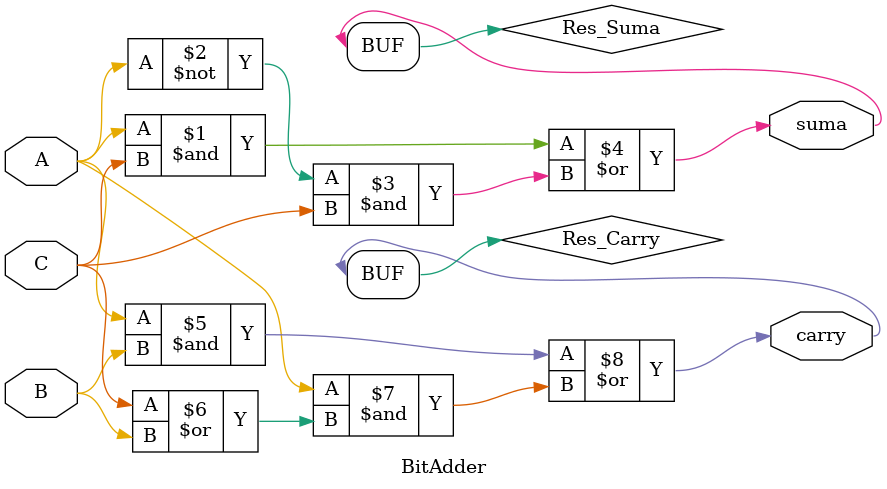
<source format=sv>
`timescale 1ns / 1ps


module BitAdder(
input wire A,     
input wire B,     
input wire C,   
output wire suma,  
output wire carry);

wire Res_Suma = (A & (C)) | ((~A) & C);
wire Res_Carry = (A & B) | ((A) & (C | B));

assign suma = Res_Suma;
assign carry = Res_Carry;

endmodule
</source>
